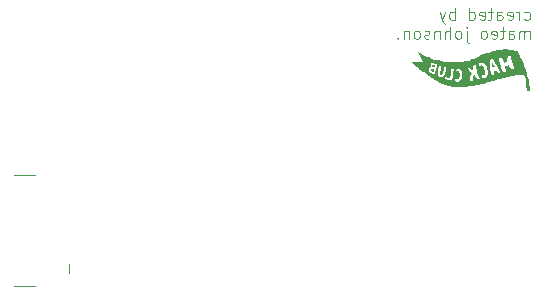
<source format=gbr>
%TF.GenerationSoftware,KiCad,Pcbnew,9.0.2*%
%TF.CreationDate,2025-12-06T23:29:51-05:00*%
%TF.ProjectId,taskmonitor,7461736b-6d6f-46e6-9974-6f722e6b6963,rev?*%
%TF.SameCoordinates,Original*%
%TF.FileFunction,Legend,Bot*%
%TF.FilePolarity,Positive*%
%FSLAX46Y46*%
G04 Gerber Fmt 4.6, Leading zero omitted, Abs format (unit mm)*
G04 Created by KiCad (PCBNEW 9.0.2) date 2025-12-06 23:29:51*
%MOMM*%
%LPD*%
G01*
G04 APERTURE LIST*
%ADD10C,0.100000*%
%ADD11C,0.000000*%
%ADD12C,0.120000*%
G04 APERTURE END LIST*
D10*
X117367544Y-81639856D02*
X117462782Y-81687475D01*
X117462782Y-81687475D02*
X117653258Y-81687475D01*
X117653258Y-81687475D02*
X117748496Y-81639856D01*
X117748496Y-81639856D02*
X117796115Y-81592236D01*
X117796115Y-81592236D02*
X117843734Y-81496998D01*
X117843734Y-81496998D02*
X117843734Y-81211284D01*
X117843734Y-81211284D02*
X117796115Y-81116046D01*
X117796115Y-81116046D02*
X117748496Y-81068427D01*
X117748496Y-81068427D02*
X117653258Y-81020808D01*
X117653258Y-81020808D02*
X117462782Y-81020808D01*
X117462782Y-81020808D02*
X117367544Y-81068427D01*
X116938972Y-81687475D02*
X116938972Y-81020808D01*
X116938972Y-81211284D02*
X116891353Y-81116046D01*
X116891353Y-81116046D02*
X116843734Y-81068427D01*
X116843734Y-81068427D02*
X116748496Y-81020808D01*
X116748496Y-81020808D02*
X116653258Y-81020808D01*
X115938972Y-81639856D02*
X116034210Y-81687475D01*
X116034210Y-81687475D02*
X116224686Y-81687475D01*
X116224686Y-81687475D02*
X116319924Y-81639856D01*
X116319924Y-81639856D02*
X116367543Y-81544617D01*
X116367543Y-81544617D02*
X116367543Y-81163665D01*
X116367543Y-81163665D02*
X116319924Y-81068427D01*
X116319924Y-81068427D02*
X116224686Y-81020808D01*
X116224686Y-81020808D02*
X116034210Y-81020808D01*
X116034210Y-81020808D02*
X115938972Y-81068427D01*
X115938972Y-81068427D02*
X115891353Y-81163665D01*
X115891353Y-81163665D02*
X115891353Y-81258903D01*
X115891353Y-81258903D02*
X116367543Y-81354141D01*
X115034210Y-81687475D02*
X115034210Y-81163665D01*
X115034210Y-81163665D02*
X115081829Y-81068427D01*
X115081829Y-81068427D02*
X115177067Y-81020808D01*
X115177067Y-81020808D02*
X115367543Y-81020808D01*
X115367543Y-81020808D02*
X115462781Y-81068427D01*
X115034210Y-81639856D02*
X115129448Y-81687475D01*
X115129448Y-81687475D02*
X115367543Y-81687475D01*
X115367543Y-81687475D02*
X115462781Y-81639856D01*
X115462781Y-81639856D02*
X115510400Y-81544617D01*
X115510400Y-81544617D02*
X115510400Y-81449379D01*
X115510400Y-81449379D02*
X115462781Y-81354141D01*
X115462781Y-81354141D02*
X115367543Y-81306522D01*
X115367543Y-81306522D02*
X115129448Y-81306522D01*
X115129448Y-81306522D02*
X115034210Y-81258903D01*
X114700876Y-81020808D02*
X114319924Y-81020808D01*
X114558019Y-80687475D02*
X114558019Y-81544617D01*
X114558019Y-81544617D02*
X114510400Y-81639856D01*
X114510400Y-81639856D02*
X114415162Y-81687475D01*
X114415162Y-81687475D02*
X114319924Y-81687475D01*
X113605638Y-81639856D02*
X113700876Y-81687475D01*
X113700876Y-81687475D02*
X113891352Y-81687475D01*
X113891352Y-81687475D02*
X113986590Y-81639856D01*
X113986590Y-81639856D02*
X114034209Y-81544617D01*
X114034209Y-81544617D02*
X114034209Y-81163665D01*
X114034209Y-81163665D02*
X113986590Y-81068427D01*
X113986590Y-81068427D02*
X113891352Y-81020808D01*
X113891352Y-81020808D02*
X113700876Y-81020808D01*
X113700876Y-81020808D02*
X113605638Y-81068427D01*
X113605638Y-81068427D02*
X113558019Y-81163665D01*
X113558019Y-81163665D02*
X113558019Y-81258903D01*
X113558019Y-81258903D02*
X114034209Y-81354141D01*
X112700876Y-81687475D02*
X112700876Y-80687475D01*
X112700876Y-81639856D02*
X112796114Y-81687475D01*
X112796114Y-81687475D02*
X112986590Y-81687475D01*
X112986590Y-81687475D02*
X113081828Y-81639856D01*
X113081828Y-81639856D02*
X113129447Y-81592236D01*
X113129447Y-81592236D02*
X113177066Y-81496998D01*
X113177066Y-81496998D02*
X113177066Y-81211284D01*
X113177066Y-81211284D02*
X113129447Y-81116046D01*
X113129447Y-81116046D02*
X113081828Y-81068427D01*
X113081828Y-81068427D02*
X112986590Y-81020808D01*
X112986590Y-81020808D02*
X112796114Y-81020808D01*
X112796114Y-81020808D02*
X112700876Y-81068427D01*
X111462780Y-81687475D02*
X111462780Y-80687475D01*
X111462780Y-81068427D02*
X111367542Y-81020808D01*
X111367542Y-81020808D02*
X111177066Y-81020808D01*
X111177066Y-81020808D02*
X111081828Y-81068427D01*
X111081828Y-81068427D02*
X111034209Y-81116046D01*
X111034209Y-81116046D02*
X110986590Y-81211284D01*
X110986590Y-81211284D02*
X110986590Y-81496998D01*
X110986590Y-81496998D02*
X111034209Y-81592236D01*
X111034209Y-81592236D02*
X111081828Y-81639856D01*
X111081828Y-81639856D02*
X111177066Y-81687475D01*
X111177066Y-81687475D02*
X111367542Y-81687475D01*
X111367542Y-81687475D02*
X111462780Y-81639856D01*
X110653256Y-81020808D02*
X110415161Y-81687475D01*
X110177066Y-81020808D02*
X110415161Y-81687475D01*
X110415161Y-81687475D02*
X110510399Y-81925570D01*
X110510399Y-81925570D02*
X110558018Y-81973189D01*
X110558018Y-81973189D02*
X110653256Y-82020808D01*
X117796115Y-83297419D02*
X117796115Y-82630752D01*
X117796115Y-82725990D02*
X117748496Y-82678371D01*
X117748496Y-82678371D02*
X117653258Y-82630752D01*
X117653258Y-82630752D02*
X117510401Y-82630752D01*
X117510401Y-82630752D02*
X117415163Y-82678371D01*
X117415163Y-82678371D02*
X117367544Y-82773609D01*
X117367544Y-82773609D02*
X117367544Y-83297419D01*
X117367544Y-82773609D02*
X117319925Y-82678371D01*
X117319925Y-82678371D02*
X117224687Y-82630752D01*
X117224687Y-82630752D02*
X117081830Y-82630752D01*
X117081830Y-82630752D02*
X116986591Y-82678371D01*
X116986591Y-82678371D02*
X116938972Y-82773609D01*
X116938972Y-82773609D02*
X116938972Y-83297419D01*
X116034211Y-83297419D02*
X116034211Y-82773609D01*
X116034211Y-82773609D02*
X116081830Y-82678371D01*
X116081830Y-82678371D02*
X116177068Y-82630752D01*
X116177068Y-82630752D02*
X116367544Y-82630752D01*
X116367544Y-82630752D02*
X116462782Y-82678371D01*
X116034211Y-83249800D02*
X116129449Y-83297419D01*
X116129449Y-83297419D02*
X116367544Y-83297419D01*
X116367544Y-83297419D02*
X116462782Y-83249800D01*
X116462782Y-83249800D02*
X116510401Y-83154561D01*
X116510401Y-83154561D02*
X116510401Y-83059323D01*
X116510401Y-83059323D02*
X116462782Y-82964085D01*
X116462782Y-82964085D02*
X116367544Y-82916466D01*
X116367544Y-82916466D02*
X116129449Y-82916466D01*
X116129449Y-82916466D02*
X116034211Y-82868847D01*
X115700877Y-82630752D02*
X115319925Y-82630752D01*
X115558020Y-82297419D02*
X115558020Y-83154561D01*
X115558020Y-83154561D02*
X115510401Y-83249800D01*
X115510401Y-83249800D02*
X115415163Y-83297419D01*
X115415163Y-83297419D02*
X115319925Y-83297419D01*
X114605639Y-83249800D02*
X114700877Y-83297419D01*
X114700877Y-83297419D02*
X114891353Y-83297419D01*
X114891353Y-83297419D02*
X114986591Y-83249800D01*
X114986591Y-83249800D02*
X115034210Y-83154561D01*
X115034210Y-83154561D02*
X115034210Y-82773609D01*
X115034210Y-82773609D02*
X114986591Y-82678371D01*
X114986591Y-82678371D02*
X114891353Y-82630752D01*
X114891353Y-82630752D02*
X114700877Y-82630752D01*
X114700877Y-82630752D02*
X114605639Y-82678371D01*
X114605639Y-82678371D02*
X114558020Y-82773609D01*
X114558020Y-82773609D02*
X114558020Y-82868847D01*
X114558020Y-82868847D02*
X115034210Y-82964085D01*
X113986591Y-83297419D02*
X114081829Y-83249800D01*
X114081829Y-83249800D02*
X114129448Y-83202180D01*
X114129448Y-83202180D02*
X114177067Y-83106942D01*
X114177067Y-83106942D02*
X114177067Y-82821228D01*
X114177067Y-82821228D02*
X114129448Y-82725990D01*
X114129448Y-82725990D02*
X114081829Y-82678371D01*
X114081829Y-82678371D02*
X113986591Y-82630752D01*
X113986591Y-82630752D02*
X113843734Y-82630752D01*
X113843734Y-82630752D02*
X113748496Y-82678371D01*
X113748496Y-82678371D02*
X113700877Y-82725990D01*
X113700877Y-82725990D02*
X113653258Y-82821228D01*
X113653258Y-82821228D02*
X113653258Y-83106942D01*
X113653258Y-83106942D02*
X113700877Y-83202180D01*
X113700877Y-83202180D02*
X113748496Y-83249800D01*
X113748496Y-83249800D02*
X113843734Y-83297419D01*
X113843734Y-83297419D02*
X113986591Y-83297419D01*
X112462781Y-82630752D02*
X112462781Y-83487895D01*
X112462781Y-83487895D02*
X112510400Y-83583133D01*
X112510400Y-83583133D02*
X112605638Y-83630752D01*
X112605638Y-83630752D02*
X112653257Y-83630752D01*
X112462781Y-82297419D02*
X112510400Y-82345038D01*
X112510400Y-82345038D02*
X112462781Y-82392657D01*
X112462781Y-82392657D02*
X112415162Y-82345038D01*
X112415162Y-82345038D02*
X112462781Y-82297419D01*
X112462781Y-82297419D02*
X112462781Y-82392657D01*
X111843734Y-83297419D02*
X111938972Y-83249800D01*
X111938972Y-83249800D02*
X111986591Y-83202180D01*
X111986591Y-83202180D02*
X112034210Y-83106942D01*
X112034210Y-83106942D02*
X112034210Y-82821228D01*
X112034210Y-82821228D02*
X111986591Y-82725990D01*
X111986591Y-82725990D02*
X111938972Y-82678371D01*
X111938972Y-82678371D02*
X111843734Y-82630752D01*
X111843734Y-82630752D02*
X111700877Y-82630752D01*
X111700877Y-82630752D02*
X111605639Y-82678371D01*
X111605639Y-82678371D02*
X111558020Y-82725990D01*
X111558020Y-82725990D02*
X111510401Y-82821228D01*
X111510401Y-82821228D02*
X111510401Y-83106942D01*
X111510401Y-83106942D02*
X111558020Y-83202180D01*
X111558020Y-83202180D02*
X111605639Y-83249800D01*
X111605639Y-83249800D02*
X111700877Y-83297419D01*
X111700877Y-83297419D02*
X111843734Y-83297419D01*
X111081829Y-83297419D02*
X111081829Y-82297419D01*
X110653258Y-83297419D02*
X110653258Y-82773609D01*
X110653258Y-82773609D02*
X110700877Y-82678371D01*
X110700877Y-82678371D02*
X110796115Y-82630752D01*
X110796115Y-82630752D02*
X110938972Y-82630752D01*
X110938972Y-82630752D02*
X111034210Y-82678371D01*
X111034210Y-82678371D02*
X111081829Y-82725990D01*
X110177067Y-82630752D02*
X110177067Y-83297419D01*
X110177067Y-82725990D02*
X110129448Y-82678371D01*
X110129448Y-82678371D02*
X110034210Y-82630752D01*
X110034210Y-82630752D02*
X109891353Y-82630752D01*
X109891353Y-82630752D02*
X109796115Y-82678371D01*
X109796115Y-82678371D02*
X109748496Y-82773609D01*
X109748496Y-82773609D02*
X109748496Y-83297419D01*
X109319924Y-83249800D02*
X109224686Y-83297419D01*
X109224686Y-83297419D02*
X109034210Y-83297419D01*
X109034210Y-83297419D02*
X108938972Y-83249800D01*
X108938972Y-83249800D02*
X108891353Y-83154561D01*
X108891353Y-83154561D02*
X108891353Y-83106942D01*
X108891353Y-83106942D02*
X108938972Y-83011704D01*
X108938972Y-83011704D02*
X109034210Y-82964085D01*
X109034210Y-82964085D02*
X109177067Y-82964085D01*
X109177067Y-82964085D02*
X109272305Y-82916466D01*
X109272305Y-82916466D02*
X109319924Y-82821228D01*
X109319924Y-82821228D02*
X109319924Y-82773609D01*
X109319924Y-82773609D02*
X109272305Y-82678371D01*
X109272305Y-82678371D02*
X109177067Y-82630752D01*
X109177067Y-82630752D02*
X109034210Y-82630752D01*
X109034210Y-82630752D02*
X108938972Y-82678371D01*
X108319924Y-83297419D02*
X108415162Y-83249800D01*
X108415162Y-83249800D02*
X108462781Y-83202180D01*
X108462781Y-83202180D02*
X108510400Y-83106942D01*
X108510400Y-83106942D02*
X108510400Y-82821228D01*
X108510400Y-82821228D02*
X108462781Y-82725990D01*
X108462781Y-82725990D02*
X108415162Y-82678371D01*
X108415162Y-82678371D02*
X108319924Y-82630752D01*
X108319924Y-82630752D02*
X108177067Y-82630752D01*
X108177067Y-82630752D02*
X108081829Y-82678371D01*
X108081829Y-82678371D02*
X108034210Y-82725990D01*
X108034210Y-82725990D02*
X107986591Y-82821228D01*
X107986591Y-82821228D02*
X107986591Y-83106942D01*
X107986591Y-83106942D02*
X108034210Y-83202180D01*
X108034210Y-83202180D02*
X108081829Y-83249800D01*
X108081829Y-83249800D02*
X108177067Y-83297419D01*
X108177067Y-83297419D02*
X108319924Y-83297419D01*
X107558019Y-82630752D02*
X107558019Y-83297419D01*
X107558019Y-82725990D02*
X107510400Y-82678371D01*
X107510400Y-82678371D02*
X107415162Y-82630752D01*
X107415162Y-82630752D02*
X107272305Y-82630752D01*
X107272305Y-82630752D02*
X107177067Y-82678371D01*
X107177067Y-82678371D02*
X107129448Y-82773609D01*
X107129448Y-82773609D02*
X107129448Y-83297419D01*
X106653257Y-83202180D02*
X106605638Y-83249800D01*
X106605638Y-83249800D02*
X106653257Y-83297419D01*
X106653257Y-83297419D02*
X106700876Y-83249800D01*
X106700876Y-83249800D02*
X106653257Y-83202180D01*
X106653257Y-83202180D02*
X106653257Y-83297419D01*
D11*
%TO.C,G\u002A\u002A\u002A*%
G36*
X109549836Y-85836729D02*
G01*
X109597106Y-85846714D01*
X109644737Y-85863887D01*
X109688326Y-85887299D01*
X109705818Y-85898735D01*
X109680366Y-86007701D01*
X109679657Y-86010730D01*
X109667686Y-86058855D01*
X109657857Y-86091763D01*
X109649766Y-86110638D01*
X109643005Y-86116666D01*
X109636676Y-86115235D01*
X109616894Y-86107941D01*
X109588435Y-86095866D01*
X109555131Y-86080581D01*
X109531272Y-86068723D01*
X109479989Y-86037891D01*
X109444302Y-86006764D01*
X109423449Y-85974572D01*
X109416667Y-85940542D01*
X109417155Y-85930128D01*
X109427000Y-85892628D01*
X109447354Y-85861490D01*
X109475373Y-85841512D01*
X109507330Y-85834876D01*
X109549836Y-85836729D01*
G37*
G36*
X109658865Y-85502202D02*
G01*
X109689561Y-85508148D01*
X109723420Y-85516800D01*
X109756544Y-85526954D01*
X109785031Y-85537407D01*
X109804983Y-85546956D01*
X109812500Y-85554396D01*
X109809926Y-85563454D01*
X109801985Y-85584969D01*
X109789961Y-85615309D01*
X109775163Y-85651084D01*
X109771253Y-85660373D01*
X109755823Y-85696319D01*
X109744093Y-85719128D01*
X109733521Y-85730531D01*
X109721566Y-85732257D01*
X109705684Y-85726040D01*
X109683334Y-85713608D01*
X109655375Y-85696464D01*
X109611050Y-85661737D01*
X109579967Y-85625809D01*
X109563182Y-85590050D01*
X109561751Y-85555832D01*
X109565383Y-85541467D01*
X109578903Y-85516986D01*
X109601717Y-85503929D01*
X109636709Y-85500154D01*
X109658865Y-85502202D01*
G37*
G36*
X114633646Y-85337731D02*
G01*
X114642293Y-85346477D01*
X114658324Y-85366251D01*
X114680162Y-85394836D01*
X114706232Y-85430014D01*
X114734959Y-85469565D01*
X114764767Y-85511273D01*
X114794080Y-85552918D01*
X114821322Y-85592283D01*
X114844919Y-85627149D01*
X114863294Y-85655298D01*
X114874872Y-85674511D01*
X114878077Y-85682571D01*
X114877913Y-85682701D01*
X114867788Y-85685646D01*
X114844770Y-85690774D01*
X114812091Y-85697399D01*
X114772985Y-85704836D01*
X114771692Y-85705075D01*
X114731106Y-85712197D01*
X114695450Y-85717809D01*
X114668534Y-85721351D01*
X114654167Y-85722265D01*
X114649607Y-85721482D01*
X114643624Y-85717898D01*
X114638729Y-85709682D01*
X114634539Y-85694834D01*
X114630673Y-85671357D01*
X114626746Y-85637253D01*
X114622377Y-85590522D01*
X114617182Y-85529166D01*
X114617156Y-85528854D01*
X114612926Y-85461527D01*
X114612442Y-85408143D01*
X114615655Y-85369287D01*
X114622517Y-85345544D01*
X114632980Y-85337500D01*
X114633646Y-85337731D01*
G37*
G36*
X117469429Y-85890888D02*
G01*
X117515297Y-86026508D01*
X117566704Y-86194651D01*
X117620735Y-86393560D01*
X117670006Y-86599180D01*
X117713844Y-86808035D01*
X117751576Y-87016647D01*
X117782527Y-87221538D01*
X117806023Y-87419231D01*
X117821391Y-87606250D01*
X117827144Y-87700000D01*
X117684406Y-87700000D01*
X117541667Y-87700000D01*
X117541638Y-87564583D01*
X117541370Y-87522547D01*
X117537553Y-87386864D01*
X117529539Y-87240991D01*
X117517744Y-87089273D01*
X117502582Y-86936054D01*
X117484468Y-86785677D01*
X117463815Y-86642488D01*
X117441040Y-86510830D01*
X117423430Y-86418354D01*
X117359632Y-86409143D01*
X117302403Y-86401510D01*
X117208166Y-86391754D01*
X117112300Y-86385492D01*
X117013983Y-86382868D01*
X116912396Y-86384025D01*
X116806718Y-86389108D01*
X116696129Y-86398259D01*
X116579810Y-86411624D01*
X116456940Y-86429346D01*
X116326698Y-86451568D01*
X116188265Y-86478435D01*
X116040821Y-86510090D01*
X115883545Y-86546677D01*
X115715618Y-86588341D01*
X115536219Y-86635225D01*
X115435833Y-86662586D01*
X115344527Y-86687472D01*
X115139724Y-86745227D01*
X114920988Y-86808634D01*
X114687500Y-86877836D01*
X114558070Y-86916419D01*
X114409102Y-86960379D01*
X114273060Y-86999925D01*
X114148322Y-87035479D01*
X114033266Y-87067458D01*
X113926269Y-87096282D01*
X113825709Y-87122371D01*
X113729963Y-87146142D01*
X113637410Y-87168016D01*
X113546426Y-87188412D01*
X113455389Y-87207749D01*
X113362677Y-87226446D01*
X113266667Y-87244922D01*
X113099438Y-87274625D01*
X112875482Y-87308564D01*
X112649031Y-87336022D01*
X112416742Y-87357342D01*
X112175273Y-87372868D01*
X111921282Y-87382942D01*
X111877842Y-87384100D01*
X111764261Y-87386156D01*
X111663789Y-87386278D01*
X111573866Y-87384353D01*
X111491929Y-87380266D01*
X111415417Y-87373903D01*
X111341766Y-87365151D01*
X111268416Y-87353896D01*
X111089180Y-87317582D01*
X110889429Y-87264072D01*
X110683082Y-87195783D01*
X110470424Y-87112856D01*
X110251742Y-87015436D01*
X110027322Y-86903665D01*
X109797450Y-86777687D01*
X109562412Y-86637644D01*
X109512198Y-86605420D01*
X110621842Y-86605420D01*
X110626088Y-86631293D01*
X110639420Y-86657564D01*
X110659537Y-86678315D01*
X110661847Y-86679861D01*
X110687584Y-86692593D01*
X110726500Y-86707072D01*
X110775709Y-86722535D01*
X110832319Y-86738221D01*
X110893443Y-86753366D01*
X110956191Y-86767208D01*
X111017673Y-86778986D01*
X111075000Y-86787936D01*
X111094276Y-86790539D01*
X111127931Y-86795009D01*
X111151373Y-86797493D01*
X111169000Y-86797967D01*
X111185208Y-86796407D01*
X111204393Y-86792790D01*
X111230952Y-86787091D01*
X111232094Y-86786828D01*
X111240489Y-86783054D01*
X111247649Y-86775096D01*
X111253979Y-86761183D01*
X111259767Y-86739975D01*
X111454205Y-86739975D01*
X111454999Y-86784453D01*
X111470870Y-86825740D01*
X111500479Y-86862529D01*
X111542485Y-86893513D01*
X111595550Y-86917383D01*
X111658334Y-86932833D01*
X111669477Y-86934597D01*
X111702280Y-86939015D01*
X111727445Y-86940175D01*
X111751815Y-86938068D01*
X111782236Y-86932686D01*
X111840143Y-86914655D01*
X111898542Y-86880456D01*
X111949953Y-86832096D01*
X111993870Y-86770302D01*
X112029786Y-86695802D01*
X112057197Y-86609321D01*
X112075594Y-86511585D01*
X112080122Y-86463715D01*
X112082486Y-86402281D01*
X112082291Y-86335761D01*
X112079708Y-86268487D01*
X112074911Y-86204795D01*
X112068073Y-86149015D01*
X112059367Y-86105483D01*
X112043098Y-86052132D01*
X112012350Y-85980710D01*
X111974283Y-85922722D01*
X111927942Y-85876824D01*
X111872374Y-85841669D01*
X111840766Y-85828402D01*
X111837939Y-85827827D01*
X112616667Y-85827827D01*
X112617528Y-85845289D01*
X112622877Y-85873246D01*
X112634022Y-85902989D01*
X112652002Y-85936143D01*
X112677854Y-85974334D01*
X112712616Y-86019188D01*
X112757326Y-86072332D01*
X112813023Y-86135390D01*
X112900888Y-86233281D01*
X112879381Y-86261478D01*
X112879210Y-86261704D01*
X112867903Y-86280729D01*
X112853115Y-86311272D01*
X112836743Y-86349166D01*
X112820687Y-86390248D01*
X112816417Y-86402281D01*
X112797447Y-86455738D01*
X112767811Y-86551597D01*
X112748170Y-86634940D01*
X112738504Y-86706260D01*
X112738790Y-86766047D01*
X112749008Y-86814796D01*
X112769135Y-86852996D01*
X112799150Y-86881140D01*
X112801433Y-86882629D01*
X112836274Y-86897314D01*
X112873313Y-86897136D01*
X112915265Y-86882118D01*
X112930566Y-86873722D01*
X112953394Y-86855928D01*
X112971164Y-86832448D01*
X112985278Y-86800539D01*
X112997139Y-86757457D01*
X113008148Y-86700461D01*
X113010452Y-86687193D01*
X113018856Y-86641266D01*
X113029157Y-86587558D01*
X113040540Y-86530100D01*
X113052188Y-86472919D01*
X113063283Y-86420045D01*
X113073008Y-86375507D01*
X113080548Y-86343334D01*
X113081537Y-86339728D01*
X113087310Y-86329814D01*
X113099616Y-86326106D01*
X113123440Y-86326667D01*
X113161530Y-86329166D01*
X113191482Y-86408333D01*
X113213108Y-86462622D01*
X113237168Y-86514204D01*
X113262729Y-86557968D01*
X113292492Y-86598459D01*
X113329156Y-86640223D01*
X113354748Y-86666017D01*
X113401058Y-86704300D01*
X113444508Y-86729389D01*
X113483949Y-86740857D01*
X113518233Y-86738274D01*
X113546213Y-86721212D01*
X113553792Y-86712680D01*
X113563883Y-86691889D01*
X113566667Y-86662586D01*
X113566473Y-86656150D01*
X113564202Y-86640076D01*
X113558636Y-86620617D01*
X113548846Y-86595518D01*
X113533906Y-86562527D01*
X113512886Y-86519388D01*
X113484859Y-86463846D01*
X113456104Y-86406278D01*
X113413999Y-86315678D01*
X113380249Y-86232349D01*
X113353801Y-86152466D01*
X113333606Y-86072203D01*
X113318613Y-85987735D01*
X113307771Y-85895236D01*
X113300029Y-85790882D01*
X113297862Y-85756978D01*
X113291304Y-85681929D01*
X113282946Y-85621578D01*
X113272431Y-85574552D01*
X113259401Y-85539473D01*
X113251611Y-85527469D01*
X113491667Y-85527469D01*
X113491684Y-85535677D01*
X113492639Y-85563939D01*
X113496424Y-85582507D01*
X113504918Y-85597074D01*
X113520000Y-85613333D01*
X113533694Y-85625326D01*
X113563508Y-85639667D01*
X113594821Y-85638435D01*
X113628608Y-85621467D01*
X113665845Y-85588596D01*
X113674812Y-85580059D01*
X113697824Y-85563045D01*
X113717900Y-85553895D01*
X113719219Y-85553616D01*
X113756677Y-85554258D01*
X113794242Y-85571034D01*
X113831520Y-85603436D01*
X113868118Y-85650958D01*
X113903643Y-85713091D01*
X113937702Y-85789330D01*
X113969903Y-85879166D01*
X113975539Y-85896708D01*
X113991234Y-85947391D01*
X114002329Y-85988061D01*
X114009612Y-86023100D01*
X114013870Y-86056891D01*
X114015892Y-86093817D01*
X114016463Y-86138258D01*
X114014563Y-86198281D01*
X114005933Y-86260484D01*
X113989507Y-86309445D01*
X113964379Y-86346409D01*
X113929642Y-86372623D01*
X113884389Y-86389334D01*
X113827715Y-86397788D01*
X113802270Y-86400486D01*
X113768523Y-86409037D01*
X113747379Y-86424250D01*
X113736446Y-86448293D01*
X113733334Y-86483333D01*
X113733353Y-86485802D01*
X113739593Y-86523928D01*
X113758040Y-86556583D01*
X113790180Y-86585615D01*
X113837500Y-86612874D01*
X113849978Y-86618675D01*
X113877351Y-86628258D01*
X113904667Y-86631625D01*
X113937210Y-86629072D01*
X113980263Y-86620895D01*
X114031069Y-86606498D01*
X114095069Y-86575898D01*
X114148834Y-86533200D01*
X114192684Y-86477973D01*
X114226938Y-86409786D01*
X114251916Y-86328207D01*
X114267938Y-86232804D01*
X114272323Y-86174286D01*
X114270566Y-86071794D01*
X114258197Y-85965844D01*
X114236095Y-85859225D01*
X114205136Y-85754722D01*
X114166196Y-85655125D01*
X114120154Y-85563220D01*
X114067884Y-85481796D01*
X114021332Y-85426730D01*
X114419173Y-85426730D01*
X114424694Y-85549440D01*
X114430612Y-85618678D01*
X114440334Y-85705937D01*
X114452470Y-85795308D01*
X114466567Y-85884449D01*
X114482169Y-85971019D01*
X114498825Y-86052676D01*
X114516079Y-86127077D01*
X114528754Y-86174286D01*
X114533478Y-86191882D01*
X114550569Y-86244747D01*
X114566897Y-86283333D01*
X114579094Y-86302740D01*
X114606714Y-86335172D01*
X114639343Y-86364800D01*
X114670834Y-86385578D01*
X114691873Y-86394753D01*
X114734532Y-86404177D01*
X114771151Y-86398589D01*
X114801048Y-86378031D01*
X114802607Y-86376315D01*
X114814392Y-86357105D01*
X114820002Y-86331960D01*
X114819256Y-86299049D01*
X114811973Y-86256542D01*
X114797972Y-86202608D01*
X114777073Y-86135416D01*
X114767704Y-86106762D01*
X114755018Y-86067656D01*
X114745017Y-86036440D01*
X114738545Y-86015759D01*
X114736449Y-86008260D01*
X114736612Y-86008243D01*
X114746521Y-86007088D01*
X114769443Y-86004385D01*
X114802213Y-86000509D01*
X114841667Y-85995833D01*
X114881577Y-85991034D01*
X114922473Y-85986471D01*
X114951783Y-85984753D01*
X114972375Y-85986675D01*
X114987119Y-85993035D01*
X114998883Y-86004629D01*
X115010537Y-86022253D01*
X115024950Y-86046703D01*
X115032575Y-86059036D01*
X115063309Y-86102038D01*
X115097820Y-86142081D01*
X115133169Y-86176247D01*
X115166419Y-86201616D01*
X115194630Y-86215270D01*
X115199912Y-86216603D01*
X115236456Y-86218388D01*
X115266733Y-86206788D01*
X115287754Y-86182843D01*
X115296493Y-86160131D01*
X115299367Y-86128010D01*
X115292218Y-86090760D01*
X115274543Y-86046078D01*
X115245838Y-85991666D01*
X115238091Y-85978024D01*
X115217623Y-85941433D01*
X115191054Y-85893449D01*
X115159567Y-85836246D01*
X115124345Y-85771996D01*
X115086572Y-85702872D01*
X115047431Y-85631047D01*
X115008106Y-85558694D01*
X114969779Y-85487985D01*
X114933634Y-85421094D01*
X114900855Y-85360194D01*
X114872625Y-85307456D01*
X114850126Y-85265055D01*
X114834174Y-85235094D01*
X114799420Y-85172751D01*
X114768984Y-85123282D01*
X114741488Y-85084865D01*
X114715555Y-85055683D01*
X114689807Y-85033914D01*
X114662866Y-85017741D01*
X114623612Y-85003020D01*
X114590652Y-84998189D01*
X115217620Y-84998189D01*
X115224957Y-85056951D01*
X115234586Y-85099158D01*
X115253752Y-85179450D01*
X115274289Y-85260381D01*
X115296899Y-85344461D01*
X115322282Y-85434202D01*
X115351142Y-85532115D01*
X115384179Y-85640710D01*
X115422094Y-85762500D01*
X115441179Y-85822337D01*
X115464515Y-85891658D01*
X115485504Y-85947927D01*
X115505154Y-85992938D01*
X115524477Y-86028486D01*
X115544480Y-86056366D01*
X115566175Y-86078371D01*
X115590570Y-86096298D01*
X115618675Y-86111939D01*
X115630330Y-86117464D01*
X115662578Y-86128010D01*
X115670935Y-86130743D01*
X115705799Y-86130744D01*
X115738165Y-86117621D01*
X115739155Y-86117011D01*
X115757040Y-86103249D01*
X115770000Y-86086048D01*
X115778091Y-86063610D01*
X115781365Y-86034133D01*
X115779877Y-85995820D01*
X115773680Y-85946870D01*
X115762828Y-85885485D01*
X115747376Y-85809865D01*
X115739056Y-85770065D01*
X115730142Y-85725616D01*
X115723078Y-85688322D01*
X115718436Y-85661224D01*
X115716789Y-85647365D01*
X115717560Y-85642546D01*
X115722188Y-85635682D01*
X115732723Y-85628019D01*
X115751120Y-85618587D01*
X115779335Y-85606418D01*
X115819323Y-85590545D01*
X115873039Y-85570000D01*
X116029167Y-85510834D01*
X116088493Y-85624167D01*
X116094755Y-85636108D01*
X116126135Y-85695036D01*
X116152040Y-85741490D01*
X116173950Y-85777635D01*
X116193341Y-85805636D01*
X116211692Y-85827656D01*
X116230482Y-85845862D01*
X116251189Y-85862418D01*
X116277868Y-85880723D01*
X116326455Y-85904945D01*
X116370745Y-85913844D01*
X116411607Y-85907666D01*
X116435099Y-85896869D01*
X116455222Y-85878375D01*
X116467397Y-85851501D01*
X116472679Y-85813719D01*
X116472122Y-85762500D01*
X116471661Y-85754519D01*
X116468721Y-85722026D01*
X116463564Y-85690755D01*
X116455205Y-85656528D01*
X116442657Y-85615169D01*
X116424935Y-85562500D01*
X116418469Y-85543596D01*
X116376587Y-85411949D01*
X116336367Y-85270021D01*
X116299304Y-85123350D01*
X116266894Y-84977472D01*
X116260240Y-84945228D01*
X116248304Y-84888226D01*
X116238638Y-84844366D01*
X116230548Y-84811481D01*
X116223341Y-84787403D01*
X116216319Y-84769966D01*
X116208790Y-84757000D01*
X116200057Y-84746339D01*
X116189427Y-84735815D01*
X116153064Y-84707289D01*
X116116832Y-84692881D01*
X116080185Y-84693853D01*
X116040833Y-84709803D01*
X116009330Y-84734127D01*
X115976903Y-84776449D01*
X115950012Y-84832339D01*
X115929288Y-84900439D01*
X115915364Y-84979390D01*
X115914049Y-84990333D01*
X115910399Y-85029039D01*
X115910094Y-85060226D01*
X115913383Y-85091078D01*
X115920512Y-85128778D01*
X115923026Y-85141271D01*
X115928445Y-85173258D01*
X115931217Y-85198126D01*
X115930774Y-85211317D01*
X115924279Y-85217030D01*
X115902803Y-85228661D01*
X115867492Y-85244843D01*
X115819421Y-85265111D01*
X115759666Y-85288997D01*
X115689303Y-85316035D01*
X115683275Y-85318230D01*
X115672674Y-85320059D01*
X115664548Y-85314981D01*
X115655926Y-85300175D01*
X115643838Y-85272817D01*
X115633881Y-85250604D01*
X115617518Y-85215564D01*
X115596890Y-85172307D01*
X115573650Y-85124298D01*
X115549450Y-85075000D01*
X115533646Y-85043303D01*
X115508857Y-84995245D01*
X115488540Y-84958749D01*
X115471240Y-84931420D01*
X115455500Y-84910864D01*
X115439865Y-84894685D01*
X115416133Y-84875402D01*
X115377983Y-84856423D01*
X115339246Y-84853103D01*
X115297710Y-84864978D01*
X115275838Y-84876819D01*
X115243264Y-84907586D01*
X115223790Y-84948222D01*
X115217620Y-84998189D01*
X114590652Y-84998189D01*
X114583693Y-84997169D01*
X114548756Y-85001001D01*
X114523024Y-85014609D01*
X114507470Y-85030953D01*
X114474284Y-85081465D01*
X114448883Y-85146181D01*
X114431245Y-85225219D01*
X114421349Y-85318696D01*
X114419173Y-85426730D01*
X114021332Y-85426730D01*
X114010265Y-85413639D01*
X113998394Y-85402030D01*
X113940275Y-85355925D01*
X113877655Y-85324253D01*
X113807956Y-85305974D01*
X113728596Y-85300048D01*
X113717216Y-85300251D01*
X113654550Y-85309803D01*
X113599913Y-85332603D01*
X113554806Y-85367209D01*
X113520729Y-85412183D01*
X113499183Y-85466083D01*
X113491667Y-85527469D01*
X113251611Y-85527469D01*
X113243499Y-85514968D01*
X113224368Y-85499661D01*
X113198524Y-85492571D01*
X113165165Y-85493867D01*
X113133756Y-85503948D01*
X113110828Y-85519987D01*
X113100449Y-85530623D01*
X113082422Y-85549096D01*
X113058153Y-85582970D01*
X113043005Y-85615487D01*
X113040720Y-85624649D01*
X113035994Y-85660604D01*
X113033871Y-85708408D01*
X113034282Y-85764655D01*
X113037155Y-85825939D01*
X113042418Y-85888856D01*
X113050000Y-85950000D01*
X113051752Y-85961896D01*
X113057580Y-86001768D01*
X113062300Y-86034500D01*
X113065465Y-86056977D01*
X113066629Y-86066083D01*
X113063463Y-86063939D01*
X113052192Y-86052203D01*
X113035562Y-86033327D01*
X113013258Y-86009644D01*
X112980918Y-85978550D01*
X112941965Y-85943087D01*
X112899497Y-85905919D01*
X112856609Y-85869705D01*
X112816399Y-85837107D01*
X112781963Y-85810787D01*
X112756397Y-85793406D01*
X112736049Y-85781937D01*
X112693403Y-85763908D01*
X112660017Y-85759513D01*
X112636017Y-85768722D01*
X112621525Y-85791503D01*
X112616667Y-85827827D01*
X111837939Y-85827827D01*
X111782670Y-85816586D01*
X111726090Y-85820569D01*
X111672907Y-85839824D01*
X111625002Y-85873828D01*
X111592428Y-85912383D01*
X111584256Y-85922055D01*
X111578727Y-85930831D01*
X111559247Y-85973760D01*
X111552287Y-86014892D01*
X111558576Y-86050583D01*
X111563349Y-86059786D01*
X111583160Y-86077001D01*
X111610927Y-86081068D01*
X111644974Y-86071995D01*
X111683623Y-86049793D01*
X111698385Y-86040572D01*
X111736332Y-86028028D01*
X111773358Y-86030633D01*
X111808191Y-86047308D01*
X111839559Y-86076977D01*
X111866189Y-86118563D01*
X111886811Y-86170988D01*
X111900151Y-86233175D01*
X111904113Y-86295190D01*
X111900876Y-86365147D01*
X111891064Y-86436016D01*
X111875317Y-86500895D01*
X111867448Y-86523746D01*
X111845587Y-86573260D01*
X111819238Y-86619431D01*
X111791031Y-86657935D01*
X111763600Y-86684448D01*
X111753429Y-86691522D01*
X111722678Y-86707519D01*
X111690899Y-86713958D01*
X111653605Y-86711279D01*
X111606308Y-86699926D01*
X111591589Y-86695812D01*
X111543068Y-86685202D01*
X111506866Y-86683376D01*
X111481284Y-86690722D01*
X111464624Y-86707629D01*
X111455187Y-86734485D01*
X111454205Y-86739975D01*
X111259767Y-86739975D01*
X111259885Y-86739543D01*
X111265772Y-86708403D01*
X111272044Y-86665990D01*
X111279106Y-86610533D01*
X111287364Y-86540258D01*
X111294078Y-86483420D01*
X111302767Y-86413094D01*
X111311889Y-86342044D01*
X111320701Y-86276036D01*
X111328463Y-86220833D01*
X111335888Y-86169236D01*
X111347205Y-86085785D01*
X111355420Y-86016233D01*
X111360520Y-85958968D01*
X111362492Y-85912383D01*
X111361324Y-85874868D01*
X111357002Y-85844814D01*
X111349515Y-85820611D01*
X111338848Y-85800650D01*
X111324990Y-85783321D01*
X111309814Y-85769754D01*
X111282271Y-85758243D01*
X111276391Y-85759340D01*
X111255100Y-85763312D01*
X111229088Y-85784946D01*
X111221885Y-85793767D01*
X111210148Y-85810457D01*
X111200470Y-85829207D01*
X111191425Y-85853570D01*
X111181589Y-85887095D01*
X111169536Y-85933333D01*
X111162374Y-85962453D01*
X111150711Y-86015400D01*
X111140947Y-86069018D01*
X111132648Y-86126504D01*
X111125376Y-86191058D01*
X111118696Y-86265880D01*
X111112173Y-86354166D01*
X111110180Y-86382475D01*
X111106058Y-86436973D01*
X111101995Y-86485797D01*
X111098239Y-86526209D01*
X111095037Y-86555468D01*
X111092636Y-86570833D01*
X111086247Y-86595833D01*
X111007707Y-86595020D01*
X110992625Y-86594695D01*
X110918653Y-86588003D01*
X110838917Y-86572103D01*
X110809054Y-86565149D01*
X110771130Y-86557320D01*
X110739830Y-86551977D01*
X110719899Y-86550000D01*
X110703993Y-86551045D01*
X110670802Y-86559158D01*
X110642708Y-86573230D01*
X110625480Y-86590770D01*
X110621842Y-86605420D01*
X109512198Y-86605420D01*
X109322495Y-86483680D01*
X109077984Y-86315938D01*
X108829167Y-86134561D01*
X108804878Y-86116279D01*
X108726033Y-86056098D01*
X108645030Y-85993104D01*
X108611823Y-85966852D01*
X109275473Y-85966852D01*
X109277203Y-85992443D01*
X109283162Y-86014280D01*
X109294463Y-86038962D01*
X109297948Y-86045527D01*
X109332048Y-86092723D01*
X109380229Y-86138373D01*
X109440223Y-86180840D01*
X109509761Y-86218489D01*
X109586576Y-86249681D01*
X109617491Y-86258641D01*
X109658550Y-86266772D01*
X109698452Y-86271264D01*
X109732300Y-86271606D01*
X109755200Y-86267288D01*
X109768743Y-86255362D01*
X109778858Y-86227740D01*
X109782613Y-86210799D01*
X109783195Y-86208535D01*
X110033972Y-86208535D01*
X110034373Y-86243117D01*
X110036790Y-86271425D01*
X110041570Y-86298077D01*
X110049058Y-86327693D01*
X110054305Y-86345928D01*
X110078397Y-86411154D01*
X110107128Y-86461544D01*
X110141276Y-86498243D01*
X110181620Y-86522395D01*
X110185100Y-86523799D01*
X110234989Y-86535924D01*
X110292631Y-86538048D01*
X110353286Y-86530714D01*
X110412213Y-86514469D01*
X110464671Y-86489856D01*
X110494453Y-86470328D01*
X110521581Y-86448040D01*
X110545602Y-86422036D01*
X110567467Y-86390519D01*
X110588127Y-86351696D01*
X110608533Y-86303770D01*
X110629635Y-86244945D01*
X110652384Y-86173427D01*
X110677729Y-86087420D01*
X110684846Y-86062569D01*
X110707239Y-85982935D01*
X110724925Y-85917097D01*
X110738225Y-85863435D01*
X110747458Y-85820334D01*
X110752944Y-85786174D01*
X110755002Y-85759340D01*
X110753952Y-85738213D01*
X110750114Y-85721177D01*
X110740059Y-85699000D01*
X110717111Y-85673406D01*
X110688450Y-85660851D01*
X110657217Y-85662404D01*
X110626557Y-85679135D01*
X110625402Y-85680116D01*
X110614940Y-85690183D01*
X110605500Y-85702401D01*
X110596471Y-85718528D01*
X110587245Y-85740323D01*
X110577214Y-85769542D01*
X110565767Y-85807945D01*
X110552297Y-85857289D01*
X110536193Y-85919332D01*
X110516848Y-85995833D01*
X110505420Y-86041086D01*
X110486186Y-86115541D01*
X110469735Y-86176238D01*
X110455506Y-86224819D01*
X110442936Y-86262928D01*
X110431466Y-86292206D01*
X110420533Y-86314297D01*
X110409577Y-86330842D01*
X110398036Y-86343484D01*
X110376285Y-86359843D01*
X110341545Y-86372193D01*
X110307693Y-86369506D01*
X110277607Y-86352235D01*
X110254167Y-86320833D01*
X110247781Y-86306355D01*
X110242671Y-86288029D01*
X110239774Y-86264697D01*
X110238645Y-86232481D01*
X110238836Y-86187500D01*
X110240753Y-86137060D01*
X110248234Y-86051181D01*
X110260453Y-85959935D01*
X110276545Y-85869435D01*
X110295648Y-85785792D01*
X110299142Y-85772052D01*
X110311210Y-85715535D01*
X110315846Y-85670963D01*
X110312900Y-85635812D01*
X110302224Y-85607555D01*
X110283667Y-85583666D01*
X110274972Y-85576484D01*
X110248726Y-85567828D01*
X110219295Y-85573312D01*
X110188656Y-85591889D01*
X110158786Y-85622513D01*
X110131662Y-85664137D01*
X110116557Y-85699255D01*
X110100961Y-85748248D01*
X110085679Y-85807623D01*
X110071335Y-85874230D01*
X110058549Y-85944921D01*
X110047943Y-86016545D01*
X110040139Y-86085955D01*
X110035758Y-86150000D01*
X110035242Y-86163062D01*
X110033972Y-86208535D01*
X109783195Y-86208535D01*
X109791587Y-86175890D01*
X109804752Y-86127937D01*
X109821643Y-86068554D01*
X109841792Y-85999353D01*
X109864735Y-85921948D01*
X109890006Y-85837950D01*
X109917138Y-85748972D01*
X109926569Y-85717844D01*
X109942120Y-85664634D01*
X109955445Y-85616641D01*
X109965838Y-85576530D01*
X109972592Y-85546969D01*
X109975000Y-85530623D01*
X109974996Y-85529856D01*
X109970099Y-85505999D01*
X109955001Y-85482527D01*
X109928267Y-85458122D01*
X109888464Y-85431469D01*
X109834160Y-85401250D01*
X109750416Y-85361398D01*
X109675183Y-85334059D01*
X109609718Y-85319847D01*
X109554130Y-85318777D01*
X109508525Y-85330863D01*
X109473012Y-85356117D01*
X109453968Y-85379483D01*
X109429034Y-85429538D01*
X109417807Y-85486739D01*
X109420544Y-85549215D01*
X109437500Y-85615094D01*
X109438934Y-85619079D01*
X109448762Y-85646971D01*
X109455703Y-85667674D01*
X109458334Y-85676959D01*
X109456311Y-85679069D01*
X109443002Y-85686141D01*
X109421364Y-85695188D01*
X109415879Y-85697412D01*
X109373284Y-85724155D01*
X109336355Y-85763969D01*
X109306806Y-85814032D01*
X109286350Y-85871518D01*
X109276703Y-85933604D01*
X109275473Y-85966852D01*
X108611823Y-85966852D01*
X108562889Y-85928166D01*
X108480630Y-85862156D01*
X108399273Y-85795944D01*
X108319838Y-85730401D01*
X108243345Y-85666399D01*
X108170815Y-85604808D01*
X108103267Y-85546499D01*
X108041721Y-85492342D01*
X107987198Y-85443210D01*
X107940717Y-85399972D01*
X107903299Y-85363499D01*
X107875963Y-85334663D01*
X107859730Y-85314335D01*
X107855620Y-85303384D01*
X107857009Y-85301757D01*
X107862974Y-85299421D01*
X107874590Y-85297462D01*
X107893081Y-85295850D01*
X107919671Y-85294554D01*
X107955583Y-85293542D01*
X108002041Y-85292784D01*
X108060270Y-85292249D01*
X108131494Y-85291904D01*
X108216936Y-85291721D01*
X108317820Y-85291666D01*
X108400327Y-85291621D01*
X108490865Y-85291421D01*
X108566719Y-85291037D01*
X108628996Y-85290445D01*
X108678804Y-85289618D01*
X108717251Y-85288532D01*
X108745445Y-85287160D01*
X108764493Y-85285478D01*
X108775504Y-85283460D01*
X108779585Y-85281081D01*
X108779056Y-85278304D01*
X108772588Y-85262317D01*
X108759461Y-85233629D01*
X108740362Y-85193636D01*
X108715978Y-85143739D01*
X108686996Y-85085337D01*
X108654101Y-85019827D01*
X108617982Y-84948610D01*
X108579324Y-84873084D01*
X108560316Y-84836057D01*
X108522622Y-84762281D01*
X108487673Y-84693422D01*
X108456174Y-84630891D01*
X108428825Y-84576100D01*
X108406331Y-84530460D01*
X108389394Y-84495385D01*
X108378716Y-84472286D01*
X108375000Y-84462574D01*
X108375302Y-84457938D01*
X108380585Y-84448526D01*
X108393565Y-84447255D01*
X108415689Y-84454539D01*
X108448403Y-84470791D01*
X108493153Y-84496427D01*
X108553600Y-84531469D01*
X108679937Y-84600084D01*
X108817885Y-84669698D01*
X108964324Y-84738902D01*
X109116130Y-84806288D01*
X109270183Y-84870447D01*
X109423361Y-84929971D01*
X109572541Y-84983451D01*
X109815208Y-85061294D01*
X110106148Y-85140878D01*
X110394653Y-85204725D01*
X110680441Y-85252827D01*
X110963227Y-85285177D01*
X111242729Y-85301768D01*
X111518663Y-85302592D01*
X111790746Y-85287642D01*
X112058693Y-85256909D01*
X112322223Y-85210387D01*
X112581051Y-85148068D01*
X112834893Y-85069944D01*
X112872539Y-85056959D01*
X112928323Y-85037220D01*
X112980286Y-85018023D01*
X113031119Y-84998259D01*
X113083512Y-84976814D01*
X113140156Y-84952578D01*
X113203742Y-84924440D01*
X113276960Y-84891287D01*
X113362500Y-84852009D01*
X113442781Y-84815284D01*
X113671369Y-84714359D01*
X113889566Y-84623814D01*
X114098946Y-84543169D01*
X114301084Y-84471945D01*
X114497554Y-84409660D01*
X114689931Y-84355834D01*
X114879790Y-84309989D01*
X115068705Y-84271643D01*
X115258250Y-84240317D01*
X115450000Y-84215530D01*
X115481662Y-84212566D01*
X115542469Y-84208865D01*
X115613700Y-84206328D01*
X115691971Y-84204936D01*
X115773901Y-84204669D01*
X115856107Y-84205506D01*
X115935206Y-84207428D01*
X116007816Y-84210414D01*
X116070555Y-84214445D01*
X116120039Y-84219500D01*
X116146242Y-84223140D01*
X116254337Y-84241201D01*
X116359614Y-84263480D01*
X116458614Y-84289101D01*
X116547881Y-84317191D01*
X116623954Y-84346876D01*
X116643890Y-84355569D01*
X116662948Y-84363577D01*
X116671317Y-84366666D01*
X116673810Y-84360376D01*
X116676530Y-84343750D01*
X116679169Y-84331239D01*
X116688270Y-84322031D01*
X116708594Y-84318355D01*
X116722094Y-84318128D01*
X116736074Y-84321441D01*
X116749705Y-84330347D01*
X116764614Y-84346676D01*
X116782427Y-84372255D01*
X116804772Y-84408913D01*
X116833276Y-84458479D01*
X116884424Y-84551328D01*
X116951027Y-84679238D01*
X117019895Y-84818506D01*
X117089884Y-84966508D01*
X117159853Y-85120618D01*
X117228660Y-85278210D01*
X117295163Y-85436658D01*
X117358221Y-85593338D01*
X117416690Y-85745623D01*
X117441413Y-85813719D01*
X117469429Y-85890888D01*
G37*
D12*
%TO.C,J1*%
X75900000Y-94860000D02*
X74120000Y-94860000D01*
X75900000Y-104260000D02*
X74120000Y-104260000D01*
X78820000Y-102360000D02*
X78820000Y-103160000D01*
%TD*%
M02*

</source>
